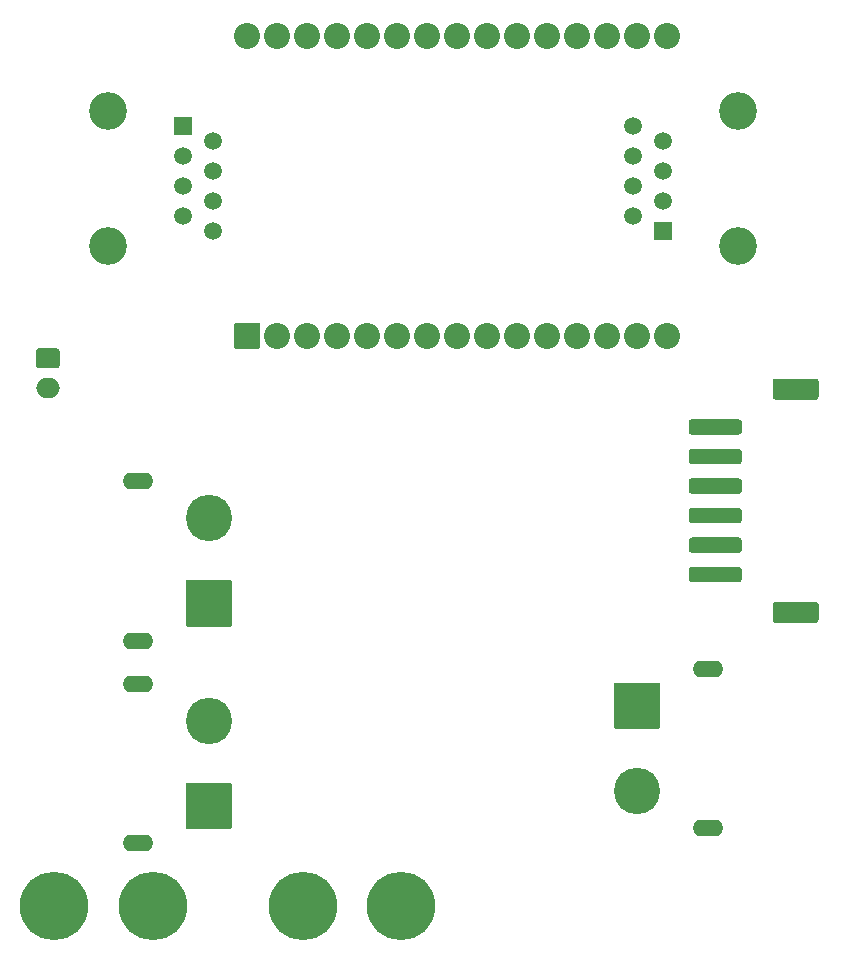
<source format=gbs>
G04 #@! TF.GenerationSoftware,KiCad,Pcbnew,(5.1.9)-1*
G04 #@! TF.CreationDate,2024-04-03T19:01:00-04:00*
G04 #@! TF.ProjectId,Shield Drive Moteur DC,53686965-6c64-4204-9472-697665204d6f,rev?*
G04 #@! TF.SameCoordinates,Original*
G04 #@! TF.FileFunction,Soldermask,Bot*
G04 #@! TF.FilePolarity,Negative*
%FSLAX46Y46*%
G04 Gerber Fmt 4.6, Leading zero omitted, Abs format (unit mm)*
G04 Created by KiCad (PCBNEW (5.1.9)-1) date 2024-04-03 19:01:00*
%MOMM*%
%LPD*%
G01*
G04 APERTURE LIST*
%ADD10C,2.204000*%
%ADD11C,3.920000*%
%ADD12O,2.604000X1.404000*%
%ADD13O,2.000000X1.700000*%
%ADD14C,5.794000*%
%ADD15C,1.500000*%
%ADD16R,1.500000X1.500000*%
%ADD17C,3.200000*%
G04 APERTURE END LIST*
G36*
G01*
X173445000Y-86192000D02*
X171445000Y-86192000D01*
G75*
G02*
X171343000Y-86090000I0J102000D01*
G01*
X171343000Y-84090000D01*
G75*
G02*
X171445000Y-83988000I102000J0D01*
G01*
X173445000Y-83988000D01*
G75*
G02*
X173547000Y-84090000I0J-102000D01*
G01*
X173547000Y-86090000D01*
G75*
G02*
X173445000Y-86192000I-102000J0D01*
G01*
G37*
D10*
X174985000Y-85090000D03*
X177525000Y-85090000D03*
X180065000Y-85090000D03*
X182605000Y-85090000D03*
X185145000Y-85090000D03*
X187685000Y-85090000D03*
X190225000Y-85090000D03*
X192765000Y-85090000D03*
X195305000Y-85090000D03*
X197845000Y-85090000D03*
X200385000Y-85090000D03*
X202925000Y-85090000D03*
X205465000Y-85090000D03*
X208005000Y-85090000D03*
X172445000Y-59690000D03*
X174985000Y-59690000D03*
X177525000Y-59690000D03*
X180065000Y-59690000D03*
X182605000Y-59690000D03*
X185145000Y-59690000D03*
X187685000Y-59690000D03*
X190225000Y-59690000D03*
X192765000Y-59690000D03*
X195305000Y-59690000D03*
X197845000Y-59690000D03*
X200385000Y-59690000D03*
X202925000Y-59690000D03*
X205465000Y-59690000D03*
X208005000Y-59690000D03*
D11*
X205455000Y-123615000D03*
G36*
G01*
X207313000Y-118375000D02*
X203597000Y-118375000D01*
G75*
G02*
X203495000Y-118273000I0J102000D01*
G01*
X203495000Y-114557000D01*
G75*
G02*
X203597000Y-114455000I102000J0D01*
G01*
X207313000Y-114455000D01*
G75*
G02*
X207415000Y-114557000I0J-102000D01*
G01*
X207415000Y-118273000D01*
G75*
G02*
X207313000Y-118375000I-102000J0D01*
G01*
G37*
D12*
X211455000Y-126765000D03*
X211455000Y-113265000D03*
D11*
X169195000Y-117685000D03*
G36*
G01*
X167337000Y-122925000D02*
X171053000Y-122925000D01*
G75*
G02*
X171155000Y-123027000I0J-102000D01*
G01*
X171155000Y-126743000D01*
G75*
G02*
X171053000Y-126845000I-102000J0D01*
G01*
X167337000Y-126845000D01*
G75*
G02*
X167235000Y-126743000I0J102000D01*
G01*
X167235000Y-123027000D01*
G75*
G02*
X167337000Y-122925000I102000J0D01*
G01*
G37*
D12*
X163195000Y-114535000D03*
X163195000Y-128035000D03*
D11*
X169195000Y-100540000D03*
G36*
G01*
X167337000Y-105780000D02*
X171053000Y-105780000D01*
G75*
G02*
X171155000Y-105882000I0J-102000D01*
G01*
X171155000Y-109598000D01*
G75*
G02*
X171053000Y-109700000I-102000J0D01*
G01*
X167337000Y-109700000D01*
G75*
G02*
X167235000Y-109598000I0J102000D01*
G01*
X167235000Y-105882000D01*
G75*
G02*
X167337000Y-105780000I102000J0D01*
G01*
G37*
D12*
X163195000Y-97390000D03*
X163195000Y-110890000D03*
D13*
X155575000Y-89495000D03*
G36*
G01*
X154825000Y-86145000D02*
X156325000Y-86145000D01*
G75*
G02*
X156575000Y-86395000I0J-250000D01*
G01*
X156575000Y-87595000D01*
G75*
G02*
X156325000Y-87845000I-250000J0D01*
G01*
X154825000Y-87845000D01*
G75*
G02*
X154575000Y-87595000I0J250000D01*
G01*
X154575000Y-86395000D01*
G75*
G02*
X154825000Y-86145000I250000J0D01*
G01*
G37*
G36*
G01*
X210089600Y-104660000D02*
X214090400Y-104660000D01*
G75*
G02*
X214340000Y-104909600I0J-249600D01*
G01*
X214340000Y-105710400D01*
G75*
G02*
X214090400Y-105960000I-249600J0D01*
G01*
X210089600Y-105960000D01*
G75*
G02*
X209840000Y-105710400I0J249600D01*
G01*
X209840000Y-104909600D01*
G75*
G02*
X210089600Y-104660000I249600J0D01*
G01*
G37*
G36*
G01*
X217190200Y-107610000D02*
X220589800Y-107610000D01*
G75*
G02*
X220840000Y-107860200I0J-250200D01*
G01*
X220840000Y-109159800D01*
G75*
G02*
X220589800Y-109410000I-250200J0D01*
G01*
X217190200Y-109410000D01*
G75*
G02*
X216940000Y-109159800I0J250200D01*
G01*
X216940000Y-107860200D01*
G75*
G02*
X217190200Y-107610000I250200J0D01*
G01*
G37*
G36*
G01*
X217190200Y-88710000D02*
X220589800Y-88710000D01*
G75*
G02*
X220840000Y-88960200I0J-250200D01*
G01*
X220840000Y-90259800D01*
G75*
G02*
X220589800Y-90510000I-250200J0D01*
G01*
X217190200Y-90510000D01*
G75*
G02*
X216940000Y-90259800I0J250200D01*
G01*
X216940000Y-88960200D01*
G75*
G02*
X217190200Y-88710000I250200J0D01*
G01*
G37*
G36*
G01*
X210089600Y-102160000D02*
X214090400Y-102160000D01*
G75*
G02*
X214340000Y-102409600I0J-249600D01*
G01*
X214340000Y-103210400D01*
G75*
G02*
X214090400Y-103460000I-249600J0D01*
G01*
X210089600Y-103460000D01*
G75*
G02*
X209840000Y-103210400I0J249600D01*
G01*
X209840000Y-102409600D01*
G75*
G02*
X210089600Y-102160000I249600J0D01*
G01*
G37*
G36*
G01*
X210089600Y-99660000D02*
X214090400Y-99660000D01*
G75*
G02*
X214340000Y-99909600I0J-249600D01*
G01*
X214340000Y-100710400D01*
G75*
G02*
X214090400Y-100960000I-249600J0D01*
G01*
X210089600Y-100960000D01*
G75*
G02*
X209840000Y-100710400I0J249600D01*
G01*
X209840000Y-99909600D01*
G75*
G02*
X210089600Y-99660000I249600J0D01*
G01*
G37*
G36*
G01*
X210089600Y-97160000D02*
X214090400Y-97160000D01*
G75*
G02*
X214340000Y-97409600I0J-249600D01*
G01*
X214340000Y-98210400D01*
G75*
G02*
X214090400Y-98460000I-249600J0D01*
G01*
X210089600Y-98460000D01*
G75*
G02*
X209840000Y-98210400I0J249600D01*
G01*
X209840000Y-97409600D01*
G75*
G02*
X210089600Y-97160000I249600J0D01*
G01*
G37*
G36*
G01*
X210089600Y-94660000D02*
X214090400Y-94660000D01*
G75*
G02*
X214340000Y-94909600I0J-249600D01*
G01*
X214340000Y-95710400D01*
G75*
G02*
X214090400Y-95960000I-249600J0D01*
G01*
X210089600Y-95960000D01*
G75*
G02*
X209840000Y-95710400I0J249600D01*
G01*
X209840000Y-94909600D01*
G75*
G02*
X210089600Y-94660000I249600J0D01*
G01*
G37*
G36*
G01*
X210089600Y-92160000D02*
X214090400Y-92160000D01*
G75*
G02*
X214340000Y-92409600I0J-249600D01*
G01*
X214340000Y-93210400D01*
G75*
G02*
X214090400Y-93460000I-249600J0D01*
G01*
X210089600Y-93460000D01*
G75*
G02*
X209840000Y-93210400I0J249600D01*
G01*
X209840000Y-92409600D01*
G75*
G02*
X210089600Y-92160000I249600J0D01*
G01*
G37*
D14*
X185500000Y-133350000D03*
X177170000Y-133350000D03*
X164470000Y-133350000D03*
X156140000Y-133350000D03*
D15*
X205105000Y-67310000D03*
X207645000Y-68580000D03*
X205105000Y-69850000D03*
X207645000Y-71120000D03*
X205105000Y-72390000D03*
X207645000Y-73660000D03*
X205105000Y-74930000D03*
D16*
X207645000Y-76200000D03*
D17*
X213995000Y-77470000D03*
X213995000Y-66040000D03*
D15*
X169545000Y-76200000D03*
X167005000Y-74930000D03*
X169545000Y-73660000D03*
X167005000Y-72390000D03*
X169545000Y-71120000D03*
X167005000Y-69850000D03*
X169545000Y-68580000D03*
D16*
X167005000Y-67310000D03*
D17*
X160655000Y-66040000D03*
X160655000Y-77470000D03*
M02*

</source>
